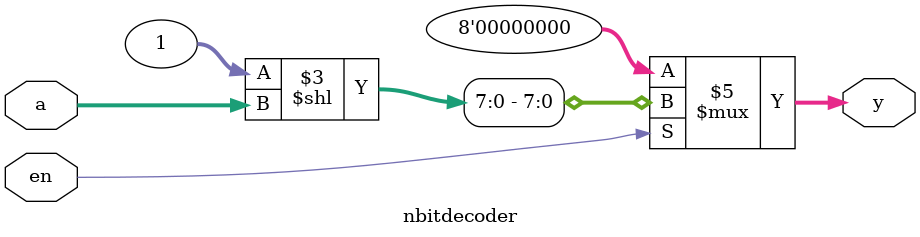
<source format=v>
`timescale 1ns/1ns

module nbitdecoder #(parameter N = 3)(
	input [N-1:0]a,
	input en,
	output reg [2**N-1:0] y
	);
	
	always @ (*) begin
		if(!en)
			y = 0;
		else
			y = (1 << a);
	end

endmodule
</source>
